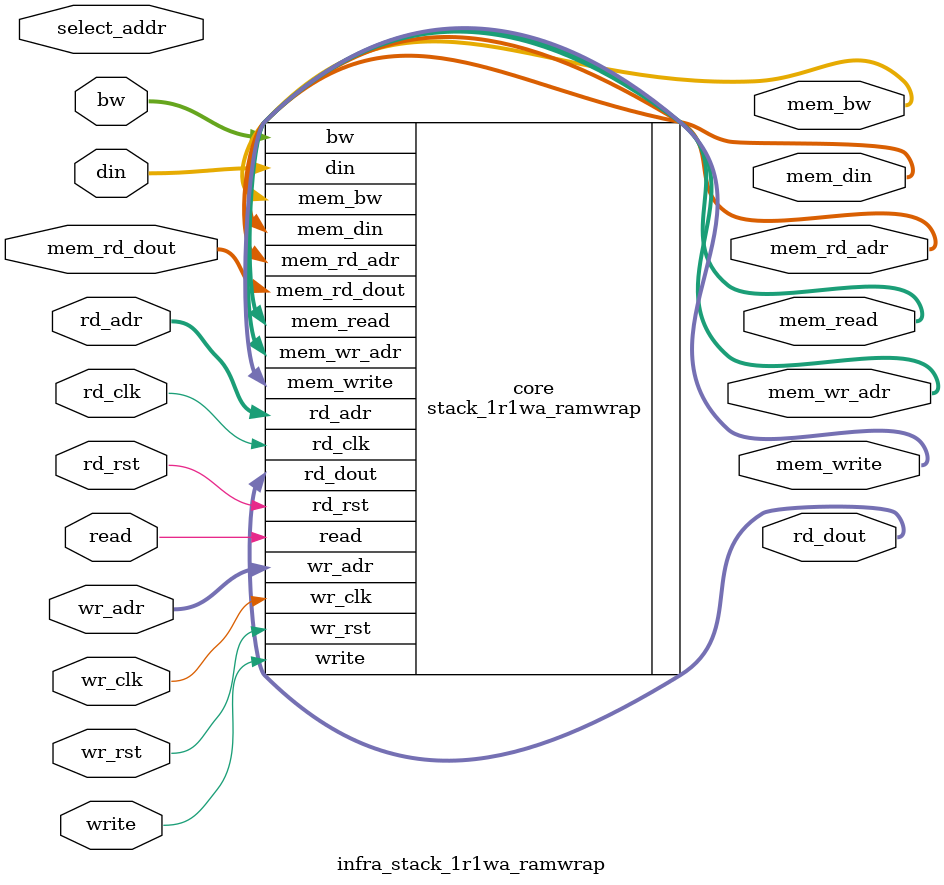
<source format=v>
module infra_stack_1r1wa_ramwrap (write, wr_adr, bw, din, read, rd_adr, rd_dout,
	                 mem_write, mem_wr_adr, mem_bw, mem_din, mem_read, mem_rd_adr, mem_rd_dout,
		         rd_clk, wr_clk, rd_rst, wr_rst,
		         select_addr);

  parameter WIDTH = 32;
  parameter ENAPSDO = 1;
  parameter NUMADDR = 1024;
  parameter BITADDR = 10;
  parameter NUMWBNK = 4;
  parameter BITWBNK = 2;
  parameter NUMWROW = 256;
  parameter BITWROW = 8;
  parameter SRAM_DELAY = 2;
  parameter FLOPCMD = 0;
  parameter FLOPMEM = 0;
  parameter FLOPOUT = 0;
  parameter RSTZERO = 0;
  parameter CGFLOPC = 0;
  parameter CGFLOPM = 0;
  parameter CGFLOPO = 0;

  input write;
  input wr_clk;
  input wr_rst;
  input [BITADDR-1:0] wr_adr;
  input [WIDTH-1:0] bw;
  input [WIDTH-1:0] din;

  input read;
  input rd_clk;
  input rd_rst;
  input [BITADDR-1:0] rd_adr;
  output [WIDTH-1:0] rd_dout;

  output [NUMWBNK-1:0] mem_write;
  output [NUMWBNK*BITWROW-1:0] mem_wr_adr;
  output [NUMWBNK*WIDTH-1:0] mem_bw;
  output [NUMWBNK*WIDTH-1:0] mem_din;

  output [NUMWBNK-1:0] mem_read;
  output [NUMWBNK*BITWROW-1:0] mem_rd_adr;
  input [NUMWBNK*WIDTH-1:0] mem_rd_dout;

  input [BITADDR-1:0] select_addr;

  stack_1r1wa_ramwrap #(.WIDTH (WIDTH), .ENAPSDO (ENAPSDO), .NUMADDR (NUMADDR), .BITADDR (BITADDR),
               .NUMWBNK (NUMWBNK), .BITWBNK (BITWBNK), .NUMWROW (NUMWROW), .BITWROW (BITWROW),
               .SRAM_DELAY (SRAM_DELAY), .FLOPCMD (FLOPCMD), .FLOPMEM (FLOPMEM), .FLOPOUT (FLOPOUT))
    core (.write (write), .wr_adr (wr_adr), .bw (bw), .din (din),
          .read (read), .rd_adr (rd_adr), .rd_dout (rd_dout), 
          .mem_write (mem_write), .mem_wr_adr (mem_wr_adr), .mem_bw (mem_bw), .mem_din (mem_din),
          .mem_read (mem_read), .mem_rd_adr (mem_rd_adr), .mem_rd_dout (mem_rd_dout),
          .rd_clk (rd_clk), .wr_clk (wr_clk), 
          .rd_rst (rd_rst), .wr_rst (wr_rst));

`ifdef FORMAL
//synopsys translate_off

assume_select_addr_range: assume property (@(posedge wr_clk) disable iff (wr_rst) (select_addr < NUMADDR));
assume_select_addr_stable: assume property (@(posedge wr_clk) disable iff (wr_rst) $stable(select_addr));

ip_top_sva_stack_1r1wa_ramwrap #(
     .WIDTH       (WIDTH),
     .NUMADDR     (NUMADDR),
     .BITADDR     (BITADDR),
     .NUMWBNK     (NUMWBNK),
     .BITWBNK     (BITWBNK),
     .NUMWROW     (NUMWROW),
     .BITWROW     (BITWROW),
     .SRAM_DELAY  (SRAM_DELAY),
     .FLOPCMD     (FLOPCMD),
     .FLOPMEM     (FLOPMEM),
     .FLOPOUT     (FLOPOUT),
     .RSTZERO     (RSTZERO))
ip_top_sva (.*);

ip_top_sva_2_stack_1r1wa_ramwrap #(
     .NUMADDR     (NUMADDR),
     .BITADDR     (BITADDR),
     .NUMWROW     (NUMWROW),
     .BITWROW     (BITWROW),
     .NUMWBNK     (NUMWBNK),
     .BITWBNK     (BITWBNK))
ip_top_sva_2 (.*);
//synopsys translate_on

`elsif SIM_SVA

genvar sva_int;
// generate for (sva_int=0; sva_int<WIDTH; sva_int=sva_int+1) begin
generate for (sva_int=0; sva_int<1; sva_int=sva_int+1) begin: sva_loop
  wire [BITADDR-1:0] help_addr = sva_int;
ip_top_sva_stack_1r1w #(
     .WIDTH       (WIDTH),
     .NUMADDR     (NUMADDR),
     .BITADDR     (BITADDR),
     .NUMWBNK     (NUMWBNK),
     .BITWBNK     (BITWBNK),
     .NUMWROW     (NUMWROW),
     .BITWROW     (BITWROW),
     .SRAM_DELAY  (SRAM_DELAY),
     .FLOPCMD     (FLOPCMD),
     .FLOPMEM     (FLOPMEM),
     .FLOPOUT     (FLOPOUT),
     .RSTZERO     (RSTZERO))
ip_top_sva (.select_addr(help_addr), .*);
end
endgenerate

ip_top_sva_2_stack_1r1w #(
     .NUMADDR     (NUMADDR),
     .BITADDR     (BITADDR),
     .NUMWROW     (NUMWROW),
     .BITWROW     (BITWROW),
     .NUMWBNK     (NUMWBNK),
     .BITWBNK     (BITWBNK))
ip_top_sva_2 (.*);

`endif

endmodule


</source>
